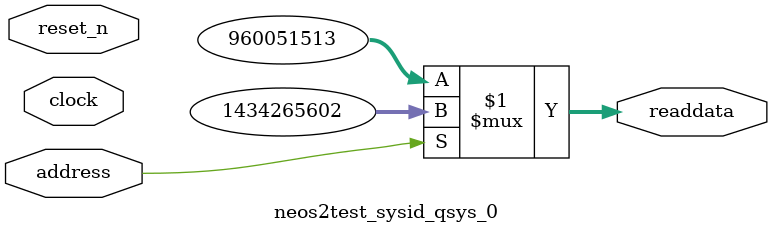
<source format=v>

`timescale 1ns / 1ps
// synthesis translate_on

// turn off superfluous verilog processor warnings 
// altera message_level Level1 
// altera message_off 10034 10035 10036 10037 10230 10240 10030 

module neos2test_sysid_qsys_0 (
               // inputs:
                address,
                clock,
                reset_n,

               // outputs:
                readdata
             )
;

  output  [ 31: 0] readdata;
  input            address;
  input            clock;
  input            reset_n;

  wire    [ 31: 0] readdata;
  //control_slave, which is an e_avalon_slave
  assign readdata = address ? 1434265602 : 960051513;

endmodule




</source>
